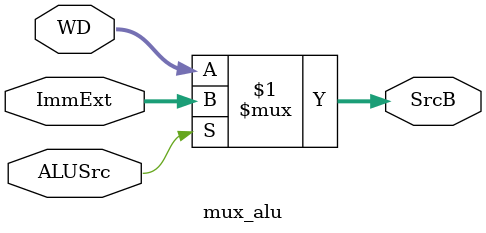
<source format=v>
module mux_alu (
    input [31:0] WD,
    input [31:0] ImmExt,
    input ALUSrc,
    output [31:0] SrcB
  );

  assign SrcB = ALUSrc ? ImmExt : WD;

endmodule
</source>
